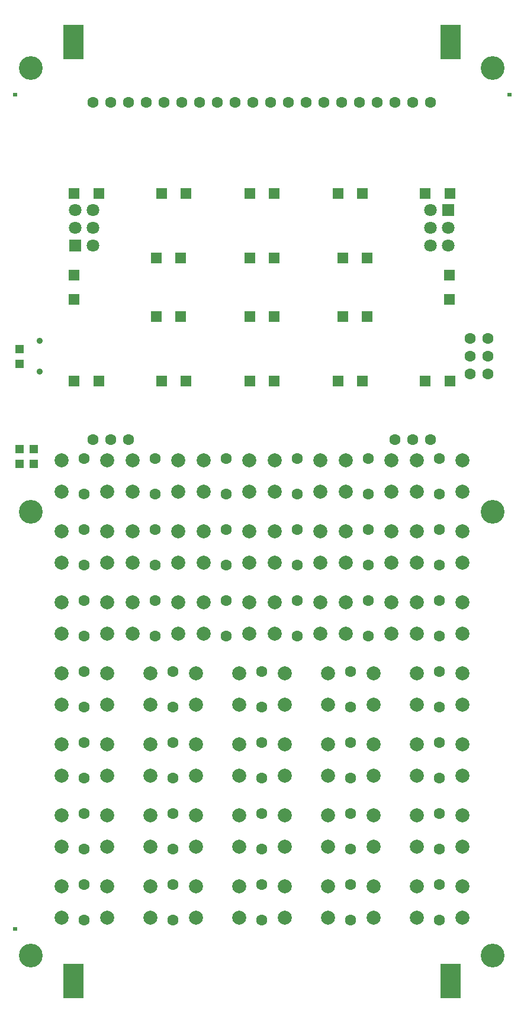
<source format=gts>
G04 (created by PCBNEW (2013-07-07 BZR 4022)-stable) date 12/5/2014 9:59:37 AM*
%MOIN*%
G04 Gerber Fmt 3.4, Leading zero omitted, Abs format*
%FSLAX34Y34*%
G01*
G70*
G90*
G04 APERTURE LIST*
%ADD10C,0.00590551*%
%ADD11R,0.059X0.059*%
%ADD12R,0.0472X0.0472*%
%ADD13R,0.0708661X0.0708661*%
%ADD14C,0.0708661*%
%ADD15C,0.0629921*%
%ADD16C,0.0354*%
%ADD17C,0.0787402*%
%ADD18R,0.11811X0.19685*%
%ADD19C,0.133858*%
%ADD20C,0.00393701*%
G04 APERTURE END LIST*
G54D10*
G54D11*
X47932Y-40708D03*
X46556Y-40708D03*
X37420Y-44015D03*
X36044Y-44015D03*
X51201Y-47637D03*
X52577Y-47637D03*
X47656Y-47637D03*
X46280Y-47637D03*
X41319Y-47637D03*
X42695Y-47637D03*
X37735Y-47637D03*
X36359Y-47637D03*
X31437Y-47637D03*
X32813Y-47637D03*
X52559Y-41674D03*
X52559Y-43050D03*
X41319Y-40708D03*
X42695Y-40708D03*
X37420Y-40708D03*
X36044Y-40708D03*
X31417Y-41674D03*
X31417Y-43050D03*
X51201Y-37086D03*
X52577Y-37086D03*
X47656Y-37086D03*
X46280Y-37086D03*
X41319Y-37086D03*
X42695Y-37086D03*
X37735Y-37086D03*
X36359Y-37086D03*
X31437Y-37086D03*
X32813Y-37086D03*
X41319Y-44015D03*
X42695Y-44015D03*
X47932Y-44015D03*
X46556Y-44015D03*
G54D12*
X28346Y-45846D03*
X28346Y-46672D03*
X28346Y-51476D03*
X28346Y-52302D03*
X29173Y-51476D03*
X29173Y-52302D03*
G54D13*
X52500Y-38000D03*
G54D14*
X51500Y-38000D03*
X52500Y-39000D03*
X51500Y-39000D03*
X52500Y-40000D03*
X51500Y-40000D03*
G54D13*
X31500Y-40000D03*
G54D14*
X32500Y-40000D03*
X31500Y-39000D03*
X32500Y-39000D03*
X31500Y-38000D03*
X32500Y-38000D03*
G54D15*
X53724Y-47259D03*
X53724Y-46259D03*
X53724Y-45259D03*
X54724Y-47259D03*
X54724Y-46259D03*
X54724Y-45259D03*
X54724Y-45259D03*
X54724Y-46259D03*
X54724Y-47259D03*
G54D16*
X29477Y-47124D03*
X29477Y-45393D03*
G54D17*
X43279Y-72114D03*
X40720Y-73885D03*
X43279Y-73885D03*
X40720Y-72114D03*
G54D15*
X42000Y-74000D03*
X42000Y-72000D03*
G54D17*
X43279Y-76114D03*
X40720Y-77885D03*
X43279Y-77885D03*
X40720Y-76114D03*
G54D15*
X42000Y-78000D03*
X42000Y-76000D03*
G54D17*
X38279Y-76114D03*
X35720Y-77885D03*
X38279Y-77885D03*
X35720Y-76114D03*
G54D15*
X37000Y-78000D03*
X37000Y-76000D03*
G54D17*
X33279Y-76114D03*
X30720Y-77885D03*
X33279Y-77885D03*
X30720Y-76114D03*
G54D15*
X32000Y-78000D03*
X32000Y-76000D03*
G54D17*
X33279Y-52114D03*
X30720Y-53885D03*
X33279Y-53885D03*
X30720Y-52114D03*
G54D15*
X32000Y-54000D03*
X32000Y-52000D03*
G54D17*
X38279Y-68114D03*
X35720Y-69885D03*
X38279Y-69885D03*
X35720Y-68114D03*
G54D15*
X37000Y-70000D03*
X37000Y-68000D03*
G54D17*
X38279Y-64114D03*
X35720Y-65885D03*
X38279Y-65885D03*
X35720Y-64114D03*
G54D15*
X37000Y-66000D03*
X37000Y-64000D03*
G54D17*
X41279Y-60114D03*
X38720Y-61885D03*
X41279Y-61885D03*
X38720Y-60114D03*
G54D15*
X40000Y-62000D03*
X40000Y-60000D03*
G54D17*
X33279Y-72114D03*
X30720Y-73885D03*
X33279Y-73885D03*
X30720Y-72114D03*
G54D15*
X32000Y-74000D03*
X32000Y-72000D03*
G54D17*
X33279Y-68114D03*
X30720Y-69885D03*
X33279Y-69885D03*
X30720Y-68114D03*
G54D15*
X32000Y-70000D03*
X32000Y-68000D03*
G54D17*
X38279Y-72114D03*
X35720Y-73885D03*
X38279Y-73885D03*
X35720Y-72114D03*
G54D15*
X37000Y-74000D03*
X37000Y-72000D03*
G54D17*
X37279Y-52114D03*
X34720Y-53885D03*
X37279Y-53885D03*
X34720Y-52114D03*
G54D15*
X36000Y-54000D03*
X36000Y-52000D03*
G54D17*
X41279Y-52114D03*
X38720Y-53885D03*
X41279Y-53885D03*
X38720Y-52114D03*
G54D15*
X40000Y-54000D03*
X40000Y-52000D03*
G54D17*
X49279Y-56114D03*
X46720Y-57885D03*
X49279Y-57885D03*
X46720Y-56114D03*
G54D15*
X48000Y-58000D03*
X48000Y-56000D03*
G54D17*
X49279Y-60114D03*
X46720Y-61885D03*
X49279Y-61885D03*
X46720Y-60114D03*
G54D15*
X48000Y-62000D03*
X48000Y-60000D03*
G54D17*
X48279Y-64114D03*
X45720Y-65885D03*
X48279Y-65885D03*
X45720Y-64114D03*
G54D15*
X47000Y-66000D03*
X47000Y-64000D03*
G54D17*
X43279Y-68114D03*
X40720Y-69885D03*
X43279Y-69885D03*
X40720Y-68114D03*
G54D15*
X42000Y-70000D03*
X42000Y-68000D03*
G54D17*
X33279Y-64114D03*
X30720Y-65885D03*
X33279Y-65885D03*
X30720Y-64114D03*
G54D15*
X32000Y-66000D03*
X32000Y-64000D03*
G54D17*
X43279Y-64114D03*
X40720Y-65885D03*
X43279Y-65885D03*
X40720Y-64114D03*
G54D15*
X42000Y-66000D03*
X42000Y-64000D03*
G54D17*
X45279Y-60114D03*
X42720Y-61885D03*
X45279Y-61885D03*
X42720Y-60114D03*
G54D15*
X44000Y-62000D03*
X44000Y-60000D03*
G54D17*
X45279Y-56114D03*
X42720Y-57885D03*
X45279Y-57885D03*
X42720Y-56114D03*
G54D15*
X44000Y-58000D03*
X44000Y-56000D03*
G54D17*
X48279Y-76114D03*
X45720Y-77885D03*
X48279Y-77885D03*
X45720Y-76114D03*
G54D15*
X47000Y-78000D03*
X47000Y-76000D03*
G54D17*
X48279Y-68114D03*
X45720Y-69885D03*
X48279Y-69885D03*
X45720Y-68114D03*
G54D15*
X47000Y-70000D03*
X47000Y-68000D03*
G54D17*
X48279Y-72114D03*
X45720Y-73885D03*
X48279Y-73885D03*
X45720Y-72114D03*
G54D15*
X47000Y-74000D03*
X47000Y-72000D03*
G54D17*
X45279Y-52114D03*
X42720Y-53885D03*
X45279Y-53885D03*
X42720Y-52114D03*
G54D15*
X44000Y-54000D03*
X44000Y-52000D03*
G54D17*
X53279Y-76114D03*
X50720Y-77885D03*
X53279Y-77885D03*
X50720Y-76114D03*
G54D15*
X52000Y-78000D03*
X52000Y-76000D03*
G54D17*
X53279Y-72114D03*
X50720Y-73885D03*
X53279Y-73885D03*
X50720Y-72114D03*
G54D15*
X52000Y-74000D03*
X52000Y-72000D03*
G54D17*
X53279Y-68114D03*
X50720Y-69885D03*
X53279Y-69885D03*
X50720Y-68114D03*
G54D15*
X52000Y-70000D03*
X52000Y-68000D03*
G54D17*
X53279Y-64114D03*
X50720Y-65885D03*
X53279Y-65885D03*
X50720Y-64114D03*
G54D15*
X52000Y-66000D03*
X52000Y-64000D03*
G54D17*
X53279Y-60114D03*
X50720Y-61885D03*
X53279Y-61885D03*
X50720Y-60114D03*
G54D15*
X52000Y-62000D03*
X52000Y-60000D03*
G54D17*
X53279Y-52114D03*
X50720Y-53885D03*
X53279Y-53885D03*
X50720Y-52114D03*
G54D15*
X52000Y-54000D03*
X52000Y-52000D03*
G54D17*
X53279Y-56114D03*
X50720Y-57885D03*
X53279Y-57885D03*
X50720Y-56114D03*
G54D15*
X52000Y-58000D03*
X52000Y-56000D03*
G54D17*
X41279Y-56114D03*
X38720Y-57885D03*
X41279Y-57885D03*
X38720Y-56114D03*
G54D15*
X40000Y-58000D03*
X40000Y-56000D03*
G54D17*
X37279Y-56114D03*
X34720Y-57885D03*
X37279Y-57885D03*
X34720Y-56114D03*
G54D15*
X36000Y-58000D03*
X36000Y-56000D03*
G54D17*
X37279Y-60114D03*
X34720Y-61885D03*
X37279Y-61885D03*
X34720Y-60114D03*
G54D15*
X36000Y-62000D03*
X36000Y-60000D03*
G54D17*
X33279Y-60114D03*
X30720Y-61885D03*
X33279Y-61885D03*
X30720Y-60114D03*
G54D15*
X32000Y-62000D03*
X32000Y-60000D03*
G54D17*
X49279Y-52114D03*
X46720Y-53885D03*
X49279Y-53885D03*
X46720Y-52114D03*
G54D15*
X48000Y-54000D03*
X48000Y-52000D03*
G54D17*
X33279Y-56114D03*
X30720Y-57885D03*
X33279Y-57885D03*
X30720Y-56114D03*
G54D15*
X32000Y-58000D03*
X32000Y-56000D03*
X51507Y-31948D03*
X50507Y-31948D03*
X49507Y-31948D03*
X48507Y-31948D03*
X47507Y-31948D03*
X46507Y-31948D03*
X45507Y-31948D03*
X44507Y-31948D03*
X43507Y-31948D03*
X42507Y-31948D03*
X41507Y-31948D03*
X40507Y-31948D03*
X39507Y-31948D03*
X38507Y-31948D03*
X37507Y-31948D03*
X36507Y-31948D03*
X35507Y-31948D03*
X34507Y-31948D03*
X33507Y-31948D03*
X32507Y-31948D03*
X51507Y-50948D03*
X50507Y-50948D03*
X49507Y-50948D03*
X32507Y-50948D03*
X33507Y-50948D03*
X34507Y-50948D03*
G54D18*
X31377Y-28543D03*
X52637Y-28543D03*
X52637Y-81456D03*
X31377Y-81456D03*
G54D19*
X29000Y-80000D03*
X55000Y-80000D03*
X29000Y-30000D03*
X55000Y-30000D03*
X29000Y-55000D03*
X55000Y-55000D03*
G54D10*
G36*
X56023Y-31574D02*
X55826Y-31574D01*
X55826Y-31417D01*
X56023Y-31417D01*
X56023Y-31574D01*
X56023Y-31574D01*
G37*
G54D20*
X56023Y-31574D02*
X55826Y-31574D01*
X55826Y-31417D01*
X56023Y-31417D01*
X56023Y-31574D01*
G54D10*
G36*
X28188Y-31574D02*
X27992Y-31574D01*
X27992Y-31417D01*
X28188Y-31417D01*
X28188Y-31574D01*
X28188Y-31574D01*
G37*
G54D20*
X28188Y-31574D02*
X27992Y-31574D01*
X27992Y-31417D01*
X28188Y-31417D01*
X28188Y-31574D01*
G54D10*
G36*
X28188Y-78582D02*
X27992Y-78582D01*
X27992Y-78425D01*
X28188Y-78425D01*
X28188Y-78582D01*
X28188Y-78582D01*
G37*
G54D20*
X28188Y-78582D02*
X27992Y-78582D01*
X27992Y-78425D01*
X28188Y-78425D01*
X28188Y-78582D01*
M02*

</source>
